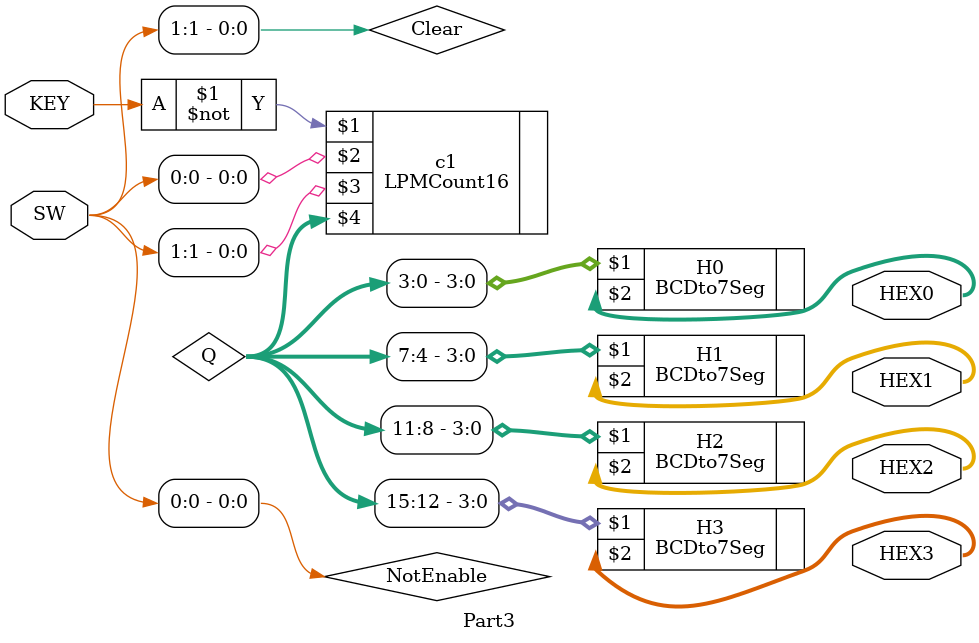
<source format=v>

module Part3(KEY, SW, HEX0, HEX1, HEX2, HEX3);
	input  [0:0]KEY;  	// Input button
	input  [1:0]SW;  		// Input Enable and Clear switches
	output [0:6]HEX0, HEX1, HEX2, HEX3;  // 7-segment displays
	  
	wire [15:0]Q;			// 16 bit value from counter
	wire NotEnable, Clear;		// Rename switches for clarity
	assign NotEnable = SW[0];
	assign Clear     = SW[1];
	  
	LPMCount16 c1(~KEY[0], NotEnable, Clear, Q);		// LPM 16 bit counter

	BCDto7Seg H3( Q[15:12], HEX3 );	// Display output on hex displays
	BCDto7Seg H2( Q[11:8],  HEX2 );
	BCDto7Seg H1( Q[7:4],   HEX1 );
	BCDto7Seg H0( Q[3:0],   HEX0 );
endmodule
</source>
